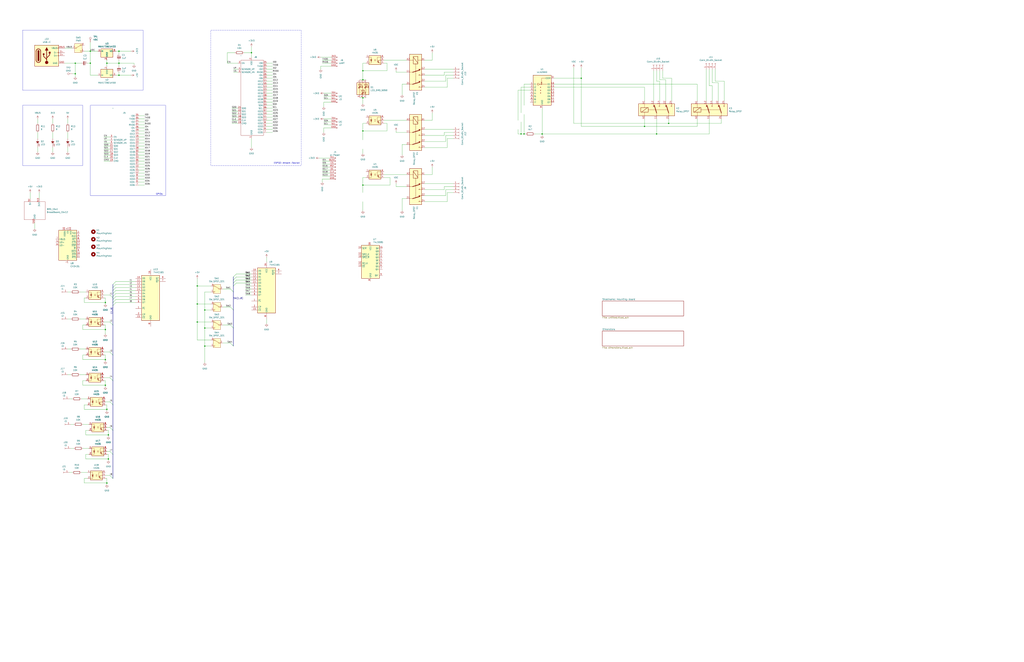
<source format=kicad_sch>
(kicad_sch (version 20231120) (generator "eeschema") (generator_version "8.0")
  (paper "D")
  (title_block (title "ESP32-WROOM-32D Automation Board") (date "2024-01-15") (comment 1 "Alexander Bobkov"))
  (junction (at 212.09 44.45))
  (junction (at 306.07 110.49))
  (junction (at 88.9 325.12))
  (junction (at 166.37 256.54))
  (junction (at 166.37 241.3))
  (junction (at 441.96 113.03))
  (junction (at 553.72 113.03))
  (junction (at 439.42 113.03))
  (junction (at 306.07 59.69))
  (junction (at 100.33 53.34))
  (junction (at 490.22 66.04))
  (junction (at 172.72 292.1))
  (junction (at 76.2 43.18))
  (junction (at 63.5 62.23))
  (junction (at 306.07 67.31))
  (junction (at 172.72 276.86))
  (junction (at 88.9 303.53))
  (junction (at 306.07 82.55))
  (junction (at 306.07 156.21))
  (junction (at 90.17 407.67))
  (junction (at 76.2 53.34))
  (junction (at 457.2 113.03))
  (junction (at 543.56 106.68))
  (junction (at 63.5 53.34))
  (junction (at 88.9 255.27))
  (junction (at 100.33 43.18))
  (junction (at 91.44 387.35))
  (junction (at 90.17 345.44))
  (junction (at 100.33 63.5))
  (junction (at 166.37 271.78))
  (junction (at 172.72 261.62))
  (junction (at 563.88 104.14))
  (junction (at 88.9 278.13))
  (junction (at 91.44 367.03))
  (junction (at 90.17 53.34))
  (bus_entry (at 194.31 274.32) (size 2.54 2.54))
  (bus_entry (at 92.71 401.32) (size 2.54 2.54))
  (bus_entry (at 95.25 250.19) (size 2.54 -2.54))
  (bus_entry (at 95.25 240.03) (size 2.54 -2.54))
  (bus_entry (at 92.71 318.77) (size 2.54 2.54))
  (bus_entry (at 92.71 339.09) (size 2.54 2.54))
  (bus_entry (at 194.31 289.56) (size 2.54 2.54))
  (bus_entry (at 95.25 252.73) (size 2.54 -2.54))
  (bus_entry (at 95.25 255.27) (size 2.54 -2.54))
  (bus_entry (at 92.71 271.78) (size 2.54 2.54))
  (bus_entry (at 95.25 245.11) (size 2.54 -2.54))
  (bus_entry (at 95.25 242.57) (size 2.54 -2.54))
  (bus_entry (at 95.25 257.81) (size 2.54 -2.54))
  (bus_entry (at 92.71 360.68) (size 2.54 2.54))
  (bus_entry (at 92.71 248.92) (size 2.54 2.54))
  (bus_entry (at 196.85 238.76) (size 2.54 -2.54))
  (bus_entry (at 196.85 241.3) (size 2.54 -2.54))
  (bus_entry (at 92.71 297.18) (size 2.54 2.54))
  (bus_entry (at 196.85 236.22) (size 2.54 -2.54))
  (bus_entry (at 92.71 381) (size 2.54 2.54))
  (bus_entry (at 194.31 259.08) (size 2.54 2.54))
  (bus_entry (at 196.85 233.68) (size 2.54 -2.54))
  (bus_entry (at 194.31 243.84) (size 2.54 2.54))
  (bus_entry (at 95.25 247.65) (size 2.54 -2.54))
  (wire (pts (xy 97.79 63.5) (xy 100.33 63.5)))
  (wire (pts (xy 100.33 45.72) (xy 100.33 43.18)))
  (wire (pts (xy 271.78 151.13) (xy 271.78 153.67)))
  (wire (pts (xy 57.15 124.46) (xy 57.15 128.27)))
  (wire (pts (xy 116.84 115.57) (xy 121.92 115.57)))
  (wire (pts (xy 561.34 67.31) (xy 561.34 85.09)))
  (wire (pts (xy 58.42 336.55) (xy 60.96 336.55)))
  (wire (pts (xy 73.66 53.34) (xy 76.2 53.34)))
  (wire (pts (xy 439.42 113.03) (xy 441.96 113.03)))
  (wire (pts (xy 87.63 135.89) (xy 92.71 135.89)))
  (wire (pts (xy 224.79 71.12) (xy 229.87 71.12)))
  (wire (pts (xy 63.5 53.34) (xy 63.5 62.23)))
  (wire (pts (xy 308.61 53.34) (xy 306.07 53.34)))
  (wire (pts (xy 116.84 153.67) (xy 121.92 153.67)))
  (wire (pts (xy 224.79 99.06) (xy 229.87 99.06)))
  (wire (pts (xy 199.39 236.22) (xy 212.09 236.22)))
  (wire (pts (xy 69.85 278.13) (xy 88.9 278.13)))
  (wire (pts (xy 306.07 110.49) (xy 306.07 118.11)))
  (wire (pts (xy 73.66 403.86) (xy 71.12 403.86)))
  (wire (pts (xy 87.63 248.92) (xy 92.71 248.92)))
  (wire (pts (xy 339.09 130.81) (xy 339.09 121.92)))
  (wire (pts (xy 212.09 116.84) (xy 212.09 124.46)))
  (bus (pts (xy 95.25 250.19) (xy 95.25 251.46)))
  (wire (pts (xy 100.33 53.34) (xy 100.33 55.88)))
  (wire (pts (xy 166.37 271.78) (xy 166.37 256.54)))
  (bus (pts (xy 196.85 246.38) (xy 196.85 261.62)))
  (wire (pts (xy 88.9 274.32) (xy 87.63 274.32)))
  (wire (pts (xy 76.2 43.18) (xy 76.2 53.34)))
  (wire (pts (xy 116.84 128.27) (xy 121.92 128.27)))
  (wire (pts (xy 116.84 97.79) (xy 121.92 97.79)))
  (wire (pts (xy 490.22 66.04) (xy 490.22 57.15)))
  (wire (pts (xy 166.37 256.54) (xy 166.37 241.3)))
  (wire (pts (xy 303.53 82.55) (xy 306.07 82.55)))
  (wire (pts (xy 364.49 50.8) (xy 364.49 44.45)))
  (wire (pts (xy 88.9 303.53) (xy 88.9 299.72)))
  (wire (pts (xy 172.72 306.07) (xy 172.72 292.1)))
  (wire (pts (xy 72.39 251.46) (xy 71.12 251.46)))
  (wire (pts (xy 610.87 68.58) (xy 610.87 85.09)))
  (wire (pts (xy 323.85 147.32) (xy 342.9 147.32)))
  (wire (pts (xy 90.17 408.94) (xy 90.17 407.67)))
  (wire (pts (xy 273.05 105.41) (xy 279.4 105.41)))
  (wire (pts (xy 54.61 40.64) (xy 60.96 40.64)))
  (wire (pts (xy 270.51 55.88) (xy 270.51 58.42)))
  (wire (pts (xy 76.2 53.34) (xy 76.2 63.5)))
  (wire (pts (xy 71.12 255.27) (xy 88.9 255.27)))
  (wire (pts (xy 271.78 50.8) (xy 279.4 50.8)))
  (wire (pts (xy 543.56 73.66) (xy 467.36 73.66)))
  (wire (pts (xy 67.31 246.38) (xy 72.39 246.38)))
  (wire (pts (xy 63.5 53.34) (xy 68.58 53.34)))
  (wire (pts (xy 59.69 378.46) (xy 62.23 378.46)))
  (wire (pts (xy 88.9 255.27) (xy 88.9 251.46)))
  (wire (pts (xy 199.39 233.68) (xy 212.09 233.68)))
  (wire (pts (xy 271.78 146.05) (xy 278.13 146.05)))
  (wire (pts (xy 375.92 68.58) (xy 358.14 68.58)))
  (wire (pts (xy 87.63 120.65) (xy 92.71 120.65)))
  (wire (pts (xy 87.63 125.73) (xy 92.71 125.73)))
  (wire (pts (xy 457.2 113.03) (xy 553.72 113.03)))
  (wire (pts (xy 334.01 154.94) (xy 334.01 157.48)))
  (bus (pts (xy 196.85 261.62) (xy 196.85 276.86)))
  (wire (pts (xy 187.96 289.56) (xy 194.31 289.56)))
  (wire (pts (xy 69.85 358.14) (xy 74.93 358.14)))
  (wire (pts (xy 224.79 81.28) (xy 229.87 81.28)))
  (wire (pts (xy 224.79 66.04) (xy 229.87 66.04)))
  (wire (pts (xy 271.78 138.43) (xy 278.13 138.43)))
  (wire (pts (xy 273.05 83.82) (xy 279.4 83.82)))
  (wire (pts (xy 90.17 53.34) (xy 100.33 53.34)))
  (wire (pts (xy 205.74 44.45) (xy 212.09 44.45)))
  (wire (pts (xy 72.39 274.32) (xy 69.85 274.32)))
  (wire (pts (xy 90.17 55.88) (xy 90.17 53.34)))
  (wire (pts (xy 377.19 170.18) (xy 358.14 170.18)))
  (wire (pts (xy 116.84 110.49) (xy 121.92 110.49)))
  (wire (pts (xy 334.01 111.76) (xy 334.01 110.49)))
  (wire (pts (xy 439.42 73.66) (xy 447.04 73.66)))
  (wire (pts (xy 87.63 130.81) (xy 92.71 130.81)))
  (bus (pts (xy 95.25 403.86) (xy 95.25 383.54)))
  (wire (pts (xy 88.9 256.54) (xy 88.9 255.27)))
  (wire (pts (xy 100.33 50.8) (xy 100.33 53.34)))
  (bus (pts (xy 95.25 255.27) (xy 95.25 257.81)))
  (wire (pts (xy 57.15 269.24) (xy 59.69 269.24)))
  (wire (pts (xy 74.93 383.54) (xy 72.39 383.54)))
  (wire (pts (xy 166.37 241.3) (xy 166.37 234.95)))
  (wire (pts (xy 196.85 58.42) (xy 200.66 58.42)))
  (wire (pts (xy 328.93 149.86) (xy 328.93 156.21)))
  (wire (pts (xy 556.26 67.31) (xy 561.34 67.31)))
  (wire (pts (xy 87.63 271.78) (xy 92.71 271.78)))
  (wire (pts (xy 374.65 160.02) (xy 358.14 160.02)))
  (wire (pts (xy 113.03 53.34) (xy 113.03 54.61)))
  (wire (pts (xy 74.93 363.22) (xy 72.39 363.22)))
  (wire (pts (xy 595.63 58.42) (xy 595.63 85.09)))
  (wire (pts (xy 224.79 109.22) (xy 229.87 109.22)))
  (wire (pts (xy 116.84 105.41) (xy 121.92 105.41)))
  (wire (pts (xy 377.19 66.04) (xy 377.19 73.66)))
  (wire (pts (xy 87.63 118.11) (xy 92.71 118.11)))
  (wire (pts (xy 364.49 101.6) (xy 364.49 95.25)))
  (wire (pts (xy 31.75 111.76) (xy 31.75 116.84)))
  (wire (pts (xy 543.56 100.33) (xy 543.56 106.68)))
  (wire (pts (xy 224.79 60.96) (xy 229.87 60.96)))
  (wire (pts (xy 116.84 123.19) (xy 121.92 123.19)))
  (wire (pts (xy 563.88 100.33) (xy 563.88 104.14)))
  (wire (pts (xy 271.78 135.89) (xy 278.13 135.89)))
  (wire (pts (xy 306.07 53.34) (xy 306.07 59.69)))
  (bus (pts (xy 95.25 363.22) (xy 95.25 341.63)))
  (wire (pts (xy 598.17 58.42) (xy 598.17 72.39)))
  (wire (pts (xy 382.27 162.56) (xy 377.19 162.56)))
  (wire (pts (xy 334.01 60.96) (xy 342.9 60.96)))
  (wire (pts (xy 191.77 44.45) (xy 191.77 53.34)))
  (wire (pts (xy 90.17 341.63) (xy 88.9 341.63)))
  (bus (pts (xy 95.25 274.32) (xy 95.25 299.72)))
  (wire (pts (xy 69.85 325.12) (xy 88.9 325.12)))
  (wire (pts (xy 116.84 107.95) (xy 121.92 107.95)))
  (wire (pts (xy 467.36 66.04) (xy 490.22 66.04)))
  (wire (pts (xy 195.58 99.06) (xy 200.66 99.06)))
  (wire (pts (xy 172.72 246.38) (xy 177.8 246.38)))
  (bus (pts (xy 196.85 276.86) (xy 196.85 292.1)))
  (wire (pts (xy 374.65 114.3) (xy 358.14 114.3)))
  (wire (pts (xy 87.63 133.35) (xy 92.71 133.35)))
  (wire (pts (xy 566.42 66.04) (xy 566.42 85.09)))
  (wire (pts (xy 375.92 165.1) (xy 358.14 165.1)))
  (wire (pts (xy 483.87 57.15) (xy 483.87 104.14)))
  (wire (pts (xy 97.79 240.03) (xy 114.3 240.03)))
  (wire (pts (xy 553.72 59.69) (xy 553.72 68.58)))
  (wire (pts (xy 279.4 107.95) (xy 273.05 107.95)))
  (wire (pts (xy 72.39 363.22) (xy 72.39 367.03)))
  (wire (pts (xy 342.9 157.48) (xy 334.01 157.48)))
  (wire (pts (xy 57.15 111.76) (xy 57.15 116.84)))
  (wire (pts (xy 224.79 88.9) (xy 229.87 88.9)))
  (wire (pts (xy 441.96 113.03) (xy 443.23 113.03)))
  (wire (pts (xy 97.79 255.27) (xy 114.3 255.27)))
  (wire (pts (xy 490.22 106.68) (xy 543.56 106.68)))
  (wire (pts (xy 323.85 53.34) (xy 326.39 53.34)))
  (wire (pts (xy 116.84 120.65) (xy 121.92 120.65)))
  (wire (pts (xy 436.88 113.03) (xy 439.42 113.03)))
  (wire (pts (xy 72.39 387.35) (xy 91.44 387.35)))
  (wire (pts (xy 224.79 93.98) (xy 229.87 93.98)))
  (wire (pts (xy 44.45 100.33) (xy 44.45 104.14)))
  (wire (pts (xy 457.2 113.03) (xy 457.2 114.3)))
  (wire (pts (xy 328.93 156.21) (xy 306.07 156.21)))
  (wire (pts (xy 88.9 339.09) (xy 92.71 339.09)))
  (wire (pts (xy 377.19 116.84) (xy 377.19 124.46)))
  (wire (pts (xy 177.8 256.54) (xy 166.37 256.54)))
  (wire (pts (xy 116.84 118.11) (xy 121.92 118.11)))
  (bus (pts (xy 95.25 383.54) (xy 95.25 363.22)))
  (wire (pts (xy 436.88 109.22) (xy 436.88 113.03)))
  (wire (pts (xy 67.31 316.23) (xy 72.39 316.23)))
  (wire (pts (xy 382.27 111.76) (xy 374.65 111.76)))
  (bus (pts (xy 196.85 241.3) (xy 196.85 246.38)))
  (wire (pts (xy 88.9 401.32) (xy 92.71 401.32)))
  (wire (pts (xy 73.66 341.63) (xy 71.12 341.63)))
  (wire (pts (xy 71.12 403.86) (xy 71.12 407.67)))
  (bus (pts (xy 95.25 321.31) (xy 95.25 299.72)))
  (wire (pts (xy 71.12 345.44) (xy 90.17 345.44)))
  (wire (pts (xy 326.39 104.14) (xy 326.39 110.49)))
  (wire (pts (xy 207.01 248.92) (xy 212.09 248.92)))
  (wire (pts (xy 57.15 316.23) (xy 59.69 316.23)))
  (wire (pts (xy 195.58 104.14) (xy 200.66 104.14)))
  (wire (pts (xy 558.8 66.04) (xy 566.42 66.04)))
  (wire (pts (xy 339.09 80.01) (xy 339.09 71.12)))
  (wire (pts (xy 323.85 50.8) (xy 342.9 50.8)))
  (wire (pts (xy 377.19 73.66) (xy 358.14 73.66)))
  (wire (pts (xy 90.17 360.68) (xy 92.71 360.68)))
  (wire (pts (xy 172.72 276.86) (xy 172.72 261.62)))
  (wire (pts (xy 88.9 278.13) (xy 88.9 281.94)))
  (wire (pts (xy 382.27 157.48) (xy 374.65 157.48)))
  (wire (pts (xy 91.44 387.35) (xy 91.44 383.54)))
  (wire (pts (xy 88.9 325.12) (xy 88.9 321.31)))
  (wire (pts (xy 323.85 149.86) (xy 328.93 149.86)))
  (wire (pts (xy 172.72 276.86) (xy 177.8 276.86)))
  (wire (pts (xy 224.79 83.82) (xy 229.87 83.82)))
  (wire (pts (xy 382.27 114.3) (xy 375.92 114.3)))
  (wire (pts (xy 224.79 106.68) (xy 229.87 106.68)))
  (wire (pts (xy 279.4 55.88) (xy 270.51 55.88)))
  (wire (pts (xy 25.4 162.56) (xy 25.4 167.64)))
  (wire (pts (xy 91.44 368.3) (xy 91.44 367.03)))
  (wire (pts (xy 97.79 237.49) (xy 114.3 237.49)))
  (wire (pts (xy 57.15 294.64) (xy 59.69 294.64)))
  (wire (pts (xy 76.2 43.18) (xy 82.55 43.18)))
  (wire (pts (xy 326.39 53.34) (xy 326.39 59.69)))
  (wire (pts (xy 196.85 60.96) (xy 200.66 60.96)))
  (wire (pts (xy 603.25 58.42) (xy 603.25 68.58)))
  (wire (pts (xy 44.45 111.76) (xy 44.45 116.84)))
  (wire (pts (xy 116.84 148.59) (xy 121.92 148.59)))
  (wire (pts (xy 29.21 187.96) (xy 29.21 193.04)))
  (wire (pts (xy 90.17 345.44) (xy 90.17 341.63)))
  (wire (pts (xy 306.07 129.54) (xy 306.07 125.73)))
  (wire (pts (xy 82.55 63.5) (xy 76.2 63.5)))
  (wire (pts (xy 269.24 133.35) (xy 278.13 133.35)))
  (wire (pts (xy 326.39 59.69) (xy 306.07 59.69)))
  (wire (pts (xy 375.92 119.38) (xy 358.14 119.38)))
  (wire (pts (xy 441.96 88.9) (xy 441.96 71.12)))
  (wire (pts (xy 195.58 101.6) (xy 200.66 101.6)))
  (wire (pts (xy 334.01 111.76) (xy 342.9 111.76)))
  (wire (pts (xy 600.71 58.42) (xy 600.71 69.85)))
  (wire (pts (xy 116.84 143.51) (xy 121.92 143.51)))
  (wire (pts (xy 224.79 76.2) (xy 229.87 76.2)))
  (bus (pts (xy 95.25 251.46) (xy 95.25 252.73)))
  (wire (pts (xy 224.79 73.66) (xy 229.87 73.66)))
  (wire (pts (xy 116.84 140.97) (xy 121.92 140.97)))
  (wire (pts (xy 71.12 251.46) (xy 71.12 255.27)))
  (wire (pts (xy 306.07 67.31) (xy 308.61 67.31)))
  (wire (pts (xy 224.79 104.14) (xy 229.87 104.14)))
  (wire (pts (xy 57.15 100.33) (xy 57.15 104.14)))
  (wire (pts (xy 603.25 68.58) (xy 610.87 68.58)))
  (wire (pts (xy 187.96 274.32) (xy 194.31 274.32)))
  (wire (pts (xy 374.65 60.96) (xy 374.65 63.5)))
  (wire (pts (xy 100.33 53.34) (xy 113.03 53.34)))
  (wire (pts (xy 116.84 138.43) (xy 121.92 138.43)))
  (wire (pts (xy 116.84 125.73) (xy 121.92 125.73)))
  (wire (pts (xy 172.72 292.1) (xy 172.72 276.86)))
  (wire (pts (xy 91.44 388.62) (xy 91.44 387.35)))
  (wire (pts (xy 271.78 148.59) (xy 278.13 148.59)))
  (wire (pts (xy 199.39 231.14) (xy 212.09 231.14)))
  (wire (pts (xy 374.65 111.76) (xy 374.65 114.3)))
  (wire (pts (xy 439.42 95.25) (xy 439.42 73.66)))
  (wire (pts (xy 306.07 104.14) (xy 306.07 110.49)))
  (wire (pts (xy 224.79 91.44) (xy 229.87 91.44)))
  (wire (pts (xy 88.9 304.8) (xy 88.9 303.53)))
  (wire (pts (xy 436.88 101.6) (xy 436.88 76.2)))
  (wire (pts (xy 172.72 261.62) (xy 177.8 261.62)))
  (wire (pts (xy 439.42 102.87) (xy 439.42 113.03)))
  (bus (pts (xy 95.25 245.11) (xy 95.25 247.65)))
  (wire (pts (xy 375.92 63.5) (xy 375.92 68.58)))
  (wire (pts (xy 543.56 85.09) (xy 543.56 73.66)))
  (wire (pts (xy 273.05 102.87) (xy 279.4 102.87)))
  (wire (pts (xy 60.96 62.23) (xy 63.5 62.23)))
  (wire (pts (xy 177.8 287.02) (xy 166.37 287.02)))
  (wire (pts (xy 191.77 53.34) (xy 200.66 53.34)))
  (wire (pts (xy 271.78 140.97) (xy 278.13 140.97)))
  (wire (pts (xy 382.27 109.22) (xy 358.14 109.22)))
  (wire (pts (xy 273.05 107.95) (xy 273.05 111.76)))
  (wire (pts (xy 306.07 149.86) (xy 306.07 156.21)))
  (wire (pts (xy 97.79 247.65) (xy 114.3 247.65)))
  (wire (pts (xy 224.79 78.74) (xy 229.87 78.74)))
  (wire (pts (xy 556.26 68.58) (xy 556.26 85.09)))
  (wire (pts (xy 543.56 106.68) (xy 588.01 106.68)))
  (wire (pts (xy 270.51 48.26) (xy 279.4 48.26)))
  (wire (pts (xy 364.49 140.97) (xy 364.49 147.32)))
  (wire (pts (xy 177.8 271.78) (xy 166.37 271.78)))
  (wire (pts (xy 271.78 151.13) (xy 278.13 151.13)))
  (wire (pts (xy 71.12 407.67) (xy 90.17 407.67)))
  (wire (pts (xy 116.84 146.05) (xy 121.92 146.05)))
  (wire (pts (xy 116.84 156.21) (xy 121.92 156.21)))
  (wire (pts (xy 588.01 100.33) (xy 588.01 106.68)))
  (wire (pts (xy 31.75 124.46) (xy 31.75 128.27)))
  (wire (pts (xy 224.79 55.88) (xy 229.87 55.88)))
  (wire (pts (xy 87.63 123.19) (xy 92.71 123.19)))
  (bus (pts (xy 95.25 247.65) (xy 95.25 250.19)))
  (bus (pts (xy 95.25 240.03) (xy 95.25 242.57)))
  (wire (pts (xy 306.07 156.21) (xy 306.07 162.56)))
  (wire (pts (xy 97.79 43.18) (xy 100.33 43.18)))
  (wire (pts (xy 273.05 81.28) (xy 279.4 81.28)))
  (bus (pts (xy 95.25 242.57) (xy 95.25 245.11)))
  (wire (pts (xy 191.77 44.45) (xy 198.12 44.45)))
  (wire (pts (xy 224.79 269.24) (xy 224.79 273.05)))
  (wire (pts (xy 339.09 71.12) (xy 342.9 71.12)))
  (wire (pts (xy 224.79 96.52) (xy 229.87 96.52)))
  (wire (pts (xy 212.09 39.37) (xy 212.09 44.45)))
  (wire (pts (xy 116.84 130.81) (xy 121.92 130.81)))
  (wire (pts (xy 72.39 383.54) (xy 72.39 387.35)))
  (wire (pts (xy 166.37 287.02) (xy 166.37 271.78)))
  (wire (pts (xy 97.79 242.57) (xy 114.3 242.57)))
  (wire (pts (xy 90.17 407.67) (xy 90.17 403.86)))
  (wire (pts (xy 441.96 96.52) (xy 441.96 113.03)))
  (bus (pts (xy 95.25 252.73) (xy 95.25 255.27)))
  (wire (pts (xy 59.69 358.14) (xy 62.23 358.14)))
  (wire (pts (xy 382.27 58.42) (xy 358.14 58.42)))
  (bus (pts (xy 196.85 236.22) (xy 196.85 238.76)))
  (wire (pts (xy 303.53 67.31) (xy 306.07 67.31)))
  (wire (pts (xy 224.79 111.76) (xy 229.87 111.76)))
  (wire (pts (xy 72.39 367.03) (xy 91.44 367.03)))
  (wire (pts (xy 88.9 299.72) (xy 87.63 299.72)))
  (wire (pts (xy 91.44 367.03) (xy 91.44 363.22)))
  (wire (pts (xy 358.14 101.6) (xy 364.49 101.6)))
  (wire (pts (xy 436.88 76.2) (xy 447.04 76.2)))
  (wire (pts (xy 67.31 269.24) (xy 72.39 269.24)))
  (wire (pts (xy 195.58 93.98) (xy 200.66 93.98)))
  (wire (pts (xy 100.33 63.5) (xy 110.49 63.5)))
  (wire (pts (xy 88.9 278.13) (xy 88.9 274.32)))
  (wire (pts (xy 72.39 321.31) (xy 69.85 321.31)))
  (wire (pts (xy 116.84 151.13) (xy 121.92 151.13)))
  (wire (pts (xy 97.79 245.11) (xy 114.3 245.11)))
  (wire (pts (xy 556.26 59.69) (xy 556.26 67.31)))
  (wire (pts (xy 90.17 381) (xy 92.71 381)))
  (wire (pts (xy 588.01 85.09) (xy 588.01 71.12)))
  (wire (pts (xy 172.72 292.1) (xy 177.8 292.1)))
  (wire (pts (xy 483.87 104.14) (xy 563.88 104.14)))
  (wire (pts (xy 116.84 102.87) (xy 121.92 102.87)))
  (wire (pts (xy 116.84 133.35) (xy 121.92 133.35)))
  (wire (pts (xy 57.15 246.38) (xy 59.69 246.38)))
  (wire (pts (xy 116.84 113.03) (xy 121.92 113.03)))
  (wire (pts (xy 588.01 71.12) (xy 467.36 71.12)))
  (wire (pts (xy 69.85 299.72) (xy 69.85 303.53)))
  (wire (pts (xy 87.63 318.77) (xy 92.71 318.77)))
  (wire (pts (xy 598.17 100.33) (xy 598.17 113.03)))
  (wire (pts (xy 273.05 86.36) (xy 273.05 90.17)))
  (wire (pts (xy 551.18 59.69) (xy 551.18 85.09)))
  (wire (pts (xy 608.33 104.14) (xy 608.33 100.33)))
  (wire (pts (xy 177.8 241.3) (xy 166.37 241.3)))
  (wire (pts (xy 271.78 143.51) (xy 278.13 143.51)))
  (wire (pts (xy 224.79 86.36) (xy 229.87 86.36)))
  (wire (pts (xy 441.96 71.12) (xy 447.04 71.12)))
  (wire (pts (xy 90.17 346.71) (xy 90.17 345.44)))
  (bus (pts (xy 95.25 341.63) (xy 95.25 321.31)))
  (wire (pts (xy 63.5 62.23) (xy 63.5 64.77)))
  (wire (pts (xy 91.44 363.22) (xy 90.17 363.22)))
  (wire (pts (xy 187.96 259.08) (xy 194.31 259.08)))
  (wire (pts (xy 339.09 177.8) (xy 339.09 167.64)))
  (wire (pts (xy 375.92 160.02) (xy 375.92 165.1)))
  (wire (pts (xy 605.79 69.85) (xy 605.79 85.09)))
  (wire (pts (xy 450.85 113.03) (xy 457.2 113.03)))
  (wire (pts (xy 97.79 252.73) (xy 114.3 252.73)))
  (wire (pts (xy 54.61 53.34) (xy 63.5 53.34)))
  (wire (pts (xy 88.9 321.31) (xy 87.63 321.31)))
  (wire (pts (xy 90.17 403.86) (xy 88.9 403.86)))
  (wire (pts (xy 374.65 63.5) (xy 358.14 63.5)))
  (wire (pts (xy 271.78 53.34) (xy 279.4 53.34)))
  (wire (pts (xy 308.61 104.14) (xy 306.07 104.14)))
  (wire (pts (xy 377.19 124.46) (xy 358.14 124.46)))
  (wire (pts (xy 87.63 128.27) (xy 92.71 128.27)))
  (wire (pts (xy 100.33 60.96) (xy 100.33 63.5)))
  (wire (pts (xy 100.33 43.18) (xy 110.49 43.18)))
  (wire (pts (xy 382.27 116.84) (xy 377.19 116.84)))
  (wire (pts (xy 224.79 68.58) (xy 229.87 68.58)))
  (wire (pts (xy 116.84 135.89) (xy 121.92 135.89)))
  (wire (pts (xy 279.4 86.36) (xy 273.05 86.36)))
  (wire (pts (xy 172.72 261.62) (xy 172.72 246.38)))
  (wire (pts (xy 195.58 96.52) (xy 200.66 96.52)))
  (wire (pts (xy 31.75 100.33) (xy 31.75 104.14)))
  (wire (pts (xy 71.12 341.63) (xy 71.12 345.44)))
  (wire (pts (xy 76.2 35.56) (xy 76.2 43.18)))
  (wire (pts (xy 339.09 167.64) (xy 342.9 167.64)))
  (wire (pts (xy 558.8 59.69) (xy 558.8 66.04)))
  (bus (pts (xy 95.25 257.81) (xy 95.25 274.32)))
  (wire (pts (xy 68.58 398.78) (xy 73.66 398.78)))
  (wire (pts (xy 88.9 251.46) (xy 87.63 251.46)))
  (wire (pts (xy 224.79 101.6) (xy 229.87 101.6)))
  (wire (pts (xy 382.27 160.02) (xy 375.92 160.02)))
  (wire (pts (xy 334.01 60.96) (xy 334.01 59.69)))
  (wire (pts (xy 72.39 299.72) (xy 69.85 299.72)))
  (wire (pts (xy 308.61 149.86) (xy 306.07 149.86)))
  (wire (pts (xy 207.01 243.84) (xy 212.09 243.84)))
  (wire (pts (xy 326.39 110.49) (xy 306.07 110.49)))
  (wire (pts (xy 212.09 44.45) (xy 212.09 48.26)))
  (wire (pts (xy 382.27 66.04) (xy 377.19 66.04)))
  (wire (pts (xy 90.17 50.8) (xy 90.17 53.34)))
  (wire (pts (xy 553.72 113.03) (xy 598.17 113.03)))
  (wire (pts (xy 207.01 241.3) (xy 212.09 241.3)))
  (wire (pts (xy 224.79 58.42) (xy 229.87 58.42)))
  (wire (pts (xy 68.58 336.55) (xy 73.66 336.55)))
  (wire (pts (xy 306.07 82.55) (xy 306.07 87.63)))
  (wire (pts (xy 358.14 50.8) (xy 364.49 50.8)))
  (wire (pts (xy 87.63 297.18) (xy 92.71 297.18)))
  (wire (pts (xy 273.05 100.33) (xy 279.4 100.33)))
  (wire (pts (xy 97.79 250.19) (xy 114.3 250.19)))
  (wire (pts (xy 91.44 383.54) (xy 90.17 383.54)))
  (wire (pts (xy 69.85 321.31) (xy 69.85 325.12)))
  (wire (pts (xy 382.27 63.5) (xy 375.92 63.5)))
  (wire (pts (xy 339.09 121.92) (xy 342.9 121.92)))
  (wire (pts (xy 375.92 114.3) (xy 375.92 119.38)))
  (wire (pts (xy 187.96 243.84) (xy 194.31 243.84)))
  (wire (pts (xy 306.07 59.69) (xy 306.07 67.31)))
  (wire (pts (xy 457.2 91.44) (xy 457.2 113.03)))
  (wire (pts (xy 87.63 115.57) (xy 92.71 115.57)))
  (wire (pts (xy 306.07 170.18) (xy 306.07 177.8)))
  (wire (pts (xy 374.65 157.48) (xy 374.65 160.02)))
  (wire (pts (xy 224.79 53.34) (xy 229.87 53.34)))
  (wire (pts (xy 553.72 68.58) (xy 556.26 68.58)))
  (wire (pts (xy 553.72 100.33) (xy 553.72 113.03)))
  (wire (pts (xy 323.85 104.14) (xy 326.39 104.14)))
  (wire (pts (xy 377.19 162.56) (xy 377.19 170.18)))
  (wire (pts (xy 67.31 294.64) (xy 72.39 294.64)))
  (wire (pts (xy 600.71 69.85) (xy 605.79 69.85)))
  (wire (pts (xy 88.9 326.39) (xy 88.9 325.12)))
  (wire (pts (xy 382.27 60.96) (xy 374.65 60.96)))
  (wire (pts (xy 116.84 100.33) (xy 121.92 100.33)))
  (wire (pts (xy 382.27 154.94) (xy 358.14 154.94)))
  (wire (pts (xy 563.88 104.14) (xy 608.33 104.14)))
  (wire (pts (xy 323.85 101.6) (xy 342.9 101.6)))
  (wire (pts (xy 71.12 43.18) (xy 76.2 43.18)))
  (wire (pts (xy 58.42 398.78) (xy 60.96 398.78)))
  (wire (pts (xy 598.17 72.39) (xy 600.71 72.39)))
  (wire (pts (xy 195.58 91.44) (xy 200.66 91.44)))
  (wire (pts (xy 306.07 82.55) (xy 308.61 82.55)))
  (wire (pts (xy 44.45 124.46) (xy 44.45 128.27)))
  (wire (pts (xy 69.85 378.46) (xy 74.93 378.46)))
  (wire (pts (xy 224.79 217.17) (xy 224.79 220.98)))
  (wire (pts (xy 69.85 274.32) (xy 69.85 278.13)))
  (wire (pts (xy 224.79 63.5) (xy 229.87 63.5)))
  (wire (pts (xy 33.02 162.56) (xy 33.02 167.64)))
  (wire (pts (xy 207.01 246.38) (xy 212.09 246.38)))
  (wire (pts (xy 199.39 238.76) (xy 212.09 238.76)))
  (wire (pts (xy 69.85 303.53) (xy 88.9 303.53)))
  (bus (pts (xy 196.85 238.76) (xy 196.85 241.3)))
  (wire (pts (xy 358.14 147.32) (xy 364.49 147.32)))
  (wire (pts (xy 273.05 78.74) (xy 279.4 78.74)))
  (bus (pts (xy 196.85 233.68) (xy 196.85 236.22)))
  (wire (pts (xy 490.22 66.04) (xy 490.22 106.68)))
  (wire (pts (xy 600.71 72.39) (xy 600.71 85.09)))
  (rectangle (start 177.8 25.4) (end 254 139.7) (stroke (width 0.127) (type dash)))
  (rectangle (start 19.05 88.9) (end 69.85 139.7))
  (rectangle (start 19.05 25.4) (end 120.65 76.2))
  (rectangle (start 76.2 88.9) (end 139.7 165.1))
  (text "GPIOs" (at 134.366 163.83 0) (effects (font (size 1.27 1.27))))
  (text "ESP32-Wroom-Socket" (at 241.808 137.668 0) (effects (font (size 1.27 1.27))))
  (label "VN" (at 87.63 120.65 0))
  (label "IO15" (at 121.92 120.65 0))
  (label "SW1" (at 190.5 243.84 0))
  (label "I2" (at 109.22 240.03 0))
  (label "IO4" (at 121.92 107.95 0))
  (label "IO27" (at 229.87 101.6 0))
  (label "I8" (at 109.22 255.27 0))
  (label "SW8" (at 207.01 248.92 0))
  (label "SW4" (at 207.01 238.76 0))
  (label "IO22" (at 121.92 135.89 0))
  (label "IO16" (at 271.78 140.97 0))
  (label "I5" (at 92.71 339.09 0))
  (label "SW2" (at 207.01 233.68 0))
  (label "IO16" (at 121.92 123.19 0))
  (label "IO12" (at 229.87 68.58 0))
  (label "I7" (at 109.22 252.73 0))
  (label "I1" (at 92.71 248.92 0))
  (label "IO14" (at 229.87 73.66 0))
  (label "IO25" (at 229.87 96.52 0))
  (label "SW5" (at 207.01 241.3 0))
  (label "I1" (at 109.22 237.49 0))
  (label "IO13" (at 229.87 71.12 0))
  (label "IO33" (at 229.87 106.68 0))
  (label "IO2" (at 121.92 102.87 0))
  (label "SW[1..8]" (at 196.85 252.73 0))
  (label "SD3" (at 87.63 130.81 0))
  (label "I6" (at 92.71 360.68 0))
  (label "IO23" (at 271.78 148.59 0))
  (label "IO26" (at 229.87 99.06 0))
  (label "IO2" (at 229.87 58.42 0))
  (label "VDC" (at 76.2 43.18 0))
  (label "IO35" (at 229.87 111.76 0))
  (label "IO15" (at 229.87 76.2 0))
  (label "CLK" (at 195.58 101.6 0))
  (label "IO18" (at 271.78 146.05 0))
  (label "IO5" (at 121.92 110.49 0))
  (label "I2" (at 92.71 271.78 0))
  (label "I3" (at 109.22 242.57 0))
  (label "SW4" (at 191.77 289.56 0))
  (label "IO19" (at 121.92 130.81 0))
  (label "SCL" (at 229.87 91.44 0))
  (label "I4" (at 92.71 318.77 0))
  (label "IO17" (at 271.78 143.51 0))
  (label "SD0" (at 87.63 123.19 0))
  (label "IO23" (at 229.87 93.98 0))
  (label "I7" (at 92.71 381 0))
  (label "IO35" (at 121.92 156.21 0))
  (label "IO18" (at 229.87 83.82 0))
  (label "SW2" (at 207.01 233.68 0))
  (label "I5" (at 109.22 247.65 0))
  (label "IO0" (at 121.92 97.79 0))
  (label "RXD0" (at 121.92 105.41 0))
  (label "IO21" (at 121.92 133.35 0))
  (label "TXD0" (at 229.87 55.88 0))
  (label "IO26" (at 121.92 143.51 0))
  (label "SW3" (at 207.01 236.22 0))
  (label "IO5" (at 271.78 138.43 0))
  (label "IO17" (at 229.87 81.28 0))
  (label "SW1" (at 207.01 231.14 0))
  (label "SD1" (at 195.58 93.98 0))
  (label "IO33" (at 121.92 151.13 0))
  (label "IO13" (at 121.92 115.57 0))
  (label "VP" (at 87.63 118.11 0))
  (label "I3" (at 92.71 297.18 0))
  (label "SW3" (at 207.01 236.22 0))
  (label "RXD0" (at 229.87 60.96 0))
  (label "IO12" (at 121.92 113.03 0))
  (label "SW2" (at 190.5 259.08 0))
  (label "IO4" (at 271.78 135.89 0))
  (label "VN" (at 196.85 60.96 0))
  (label "IO17" (at 121.92 125.73 0))
  (label "IO32" (at 229.87 104.14 0))
  (label "I6" (at 109.22 250.19 0))
  (label "SW6" (at 207.01 243.84 0))
  (label "IO14" (at 121.92 118.11 0))
  (label "SDA" (at 273.05 102.87 0))
  (label "SD0" (at 195.58 91.44 0))
  (label "SDA" (at 229.87 88.9 0))
  (label "SD1" (at 87.63 125.73 0))
  (label "IO27" (at 121.92 146.05 0))
  (label "EN" (at 191.77 53.34 0))
  (label "TXD0" (at 271.78 50.8 0))
  (label "SDA" (at 273.05 81.28 0))
  (label "IO16" (at 229.87 78.74 0))
  (label "IO5" (at 229.87 66.04 0))
  (label "IO4" (at 229.87 63.5 0))
  (label "SD2" (at 195.58 96.52 0))
  (label "SW4" (at 207.01 238.76 0))
  (label "CLK" (at 87.63 133.35 0))
  (label "SW1" (at 207.01 231.14 0))
  (label "EN" (at 87.63 115.57 0))
  (label "IO34" (at 121.92 153.67 0))
  (label "IO34" (at 229.87 109.22 0))
  (label "RXD0" (at 271.78 53.34 0))
  (label "VP" (at 196.85 58.42 0))
  (label "IO18" (at 121.92 128.27 0))
  (label "CMD" (at 87.63 135.89 0))
  (label "SCL" (at 273.05 83.82 0))
  (label "SD2" (at 87.63 128.27 0))
  (label "IO32" (at 121.92 148.59 0))
  (label "IO23" (at 121.92 138.43 0))
  (label "VBUS" (at 55.88 40.64 0))
  (label "SW3" (at 191.77 274.32 0))
  (label "SD3" (at 195.58 99.06 0))
  (label "IO0" (at 229.87 53.34 0))
  (label "I8" (at 92.71 401.32 0))
  (label "SCL" (at 273.05 105.41 0))
  (label "I[1..8]" (at 95.25 259.08 270))
  (label "IO25" (at 121.92 140.97 0))
  (label "TXD0" (at 121.92 100.33 0))
  (label "CMD" (at 195.58 104.14 0))
  (label "I4" (at 109.22 245.11 0))
  (label "IO19" (at 229.87 86.36 0))
  (label "SW7" (at 207.01 246.38 0))
  (symbol (lib_id "Connector:Conn_01x01_Socket") (at 52.07 294.64 180) (unit 1)
    (property "Reference" "J16" (at 52.705 289.56 0))
    (property "Value" "I3" (at 52.705 292.1 0))
    (property "Description" "Generic connector, single row, 01x01, script generated" (effects (hide yes)))
  )
  (symbol (lib_id "Connector:Conn_01x04_Socket") (at 387.35 111.76 0) (unit 1)
    (property "Reference" "J12" (at 392.43 113.03 90))
    (property "Value" "Conn_01x04_Socket" (at 389.89 113.03 90))
    (property "Footprint" "Connector_PinHeader_2.54mm:PinHeader_1x04_P2.54mm_Vertical" (effects (hide yes)))
  )
  (symbol (lib_id "Switch:SW_SPDT_321") (at 182.88 243.84 0) (mirror y) (unit 1)
    (property "Reference" "SW1" (at 182.88 234.95 0))
    (property "Value" "SW_SPDT_321" (at 182.88 237.49 0))
    (property "Description" "Switch, single pole double throw" (effects (hide yes)))
  )
  (symbol (lib_id "power:GND") (at 306.07 177.8 0) (unit 1)
    (property "Reference" "#PWR021" (effects (hide yes)))
    (property "Value" "GND" (at 306.07 182.88 0))
  )
  (symbol (lib_id "Mechanical:MountingHole") (at 78.74 195.58 0) (unit 1)
    (property "Reference" "H1" (at 81.28 194.31 0) (effects (justify left)))
    (property "Value" "MountingHole" (at 81.28 196.85 0) (effects (justify left)))
    (property "Footprint" "MountingHole:MountingHole_3mm_Pad_TopBottom" (effects (hide yes)))
  )
  (symbol (lib_id "Alexander_Library_Symbols:USB-C") (at 39.37 55.88 0) (unit 1)
    (property "Reference" "J22" (at 39.37 33.02 0))
    (property "Value" "USB-C" (at 39.37 35.56 0))
    (property "Footprint" "Alexander Footprint Library:USB-C" (effects (hide yes)))
    (property "Description" "USB Type-C Receptacle connector" (effects (hide yes)))
  )
  (symbol (lib_name "GND_5") (lib_id "power:GND") (at 57.15 128.27 0) (unit 1)
    (property "Reference" "#PWR046" (effects (hide yes)))
    (property "Value" "GND" (at 57.15 133.35 0))
    (property "Description" "Power symbol creates a global label with name \"GND\" , ground" (effects (hide yes)))
  )
  (symbol (lib_id "Device:C_Polarized_Small") (at 71.12 53.34 270) (unit 1)
    (property "Reference" "C3" (at 71.6661 46.99 90))
    (property "Value" "1uF" (at 71.6661 49.53 90))
    (property "Footprint" "Capacitor_THT:CP_Radial_D4.0mm_P2.00mm" (effects (hide yes)))
  )
  (symbol (lib_id "Isolator:4N35") (at 80.01 248.92 0) (unit 1)
    (property "Reference" "U10" (at 80.01 240.03 0))
    (property "Value" "4N35" (at 80.01 242.57 0))
    (property "Footprint" "Package_DIP:DIP-6_W7.62mm" (effects (hide yes)))
    (property "Datasheet" "https://www.vishay.com/docs/81181/4n35.pdf" (effects (hide yes)))
  )
  (symbol (lib_id "power:GND") (at 339.09 130.81 0) (unit 1)
    (property "Reference" "#PWR025" (effects (hide yes)))
    (property "Value" "GND" (at 339.09 135.89 0))
  )
  (symbol (lib_id "power:GND") (at 63.5 64.77 0) (unit 1)
    (property "Reference" "#PWR03" (effects (hide yes)))
    (property "Value" "GND" (at 63.5 69.85 0))
  )
  (symbol (lib_id "Isolator:4N35") (at 82.55 360.68 0) (unit 1)
    (property "Reference" "U16" (at 82.55 351.79 0))
    (property "Value" "4N35" (at 82.55 354.33 0))
    (property "Footprint" "Package_DIP:DIP-6_W7.62mm" (effects (hide yes)))
    (property "Datasheet" "https://www.vishay.com/docs/81181/4n35.pdf" (effects (hide yes)))
  )
  (symbol (lib_id "power:GND") (at 339.09 80.01 0) (unit 1)
    (property "Reference" "#PWR031" (effects (hide yes)))
    (property "Value" "GND" (at 339.09 85.09 0))
  )
  (symbol (lib_name "GND_2") (lib_id "power:GND") (at 88.9 281.94 0) (unit 1)
    (property "Reference" "#PWR036" (effects (hide yes)))
    (property "Value" "GND" (at 88.9 287.02 0))
    (property "Description" "Power symbol creates a global label with name \"GND\" , ground" (effects (hide yes)))
  )
  (symbol (lib_id "Interface_USB:CH343G") (at 57.15 207.01 0) (unit 1)
    (property "Reference" "U8" (at 59.3441 222.25 0) (effects (justify left)))
    (property "Value" "CH343G" (at 59.3441 224.79 0) (effects (justify left)))
    (property "Footprint" "Package_SO:SOIC-16_3.9x9.9mm_P1.27mm" (effects (hide yes)))
    (property "Datasheet" "https://datasheet.lcsc.com/lcsc/2204111415_WCH-Jiangsu-Qin-Heng-CH343G_C2844153.pdf" (effects (hide yes)))
    (property "Description" "USB serial converter, UART, SOIC-16" (effects (hide yes)))
  )
  (symbol (lib_id "Relay:Relay_DPDT") (at 350.52 60.96 270) (unit 1)
    (property "Reference" "K5" (at 351.79 77.47 0) (effects (justify left)))
    (property "Value" "Relay_DPDT" (at 349.25 77.47 0) (effects (justify left)))
    (property "Footprint" "Relay_THT:Relay_DPDT_Finder_30.22" (effects (hide yes)))
  )
  (symbol (lib_name "Conn_UART_1") (lib_id "Alexander_Library_Symbols:Conn_UART") (at 284.48 48.26 0) (mirror y) (unit 1)
    (property "Reference" "J6" (at 288.29 50.8 0))
    (property "Value" "UART" (at 288.29 53.34 0))
    (property "Footprint" "Alexander Footprints Library:Conn_UART" (effects (hide yes)))
  )
  (symbol (lib_id "Isolator:4N35") (at 316.23 101.6 0) (unit 1)
    (property "Reference" "U5" (at 316.23 92.71 0))
    (property "Value" "4N35" (at 316.23 95.25 0))
    (property "Footprint" "Package_DIP:DIP-6_W7.62mm" (effects (hide yes)))
    (property "Datasheet" "https://www.vishay.com/docs/81181/4n35.pdf" (effects (hide yes)))
  )
  (symbol (lib_id "Relay:Relay_DPDT") (at 598.17 92.71 0) (unit 1)
    (property "Reference" "K3" (at 614.68 91.44 0) (effects (justify left)))
    (property "Value" "Relay_DPDT" (at 614.68 93.98 0) (effects (justify left)))
    (property "Footprint" "Relay_THT:Relay_DPDT_Finder_30.22" (effects (hide yes)))
  )
  (symbol (lib_id "power:+3V3") (at 273.05 78.74 90) (unit 1)
    (property "Reference" "#PWR09" (effects (hide yes)))
    (property "Value" "+3V3" (at 269.24 78.74 90) (effects (justify left)))
  )
  (symbol (lib_id "Device:R") (at 44.45 107.95 0) (unit 1)
    (property "Reference" "R12" (at 46.99 106.6799 0) (effects (justify left)))
    (property "Value" "R" (at 46.99 109.2199 0) (effects (justify left)))
    (property "Footprint" "Capacitor_SMD:C_1812_4532Metric" (effects (hide yes)))
    (property "Description" "Resistor" (effects (hide yes)))
  )
  (symbol (lib_id "Isolator:4N35") (at 81.28 401.32 0) (unit 1)
    (property "Reference" "U18" (at 81.28 392.43 0))
    (property "Value" "4N35" (at 81.28 394.97 0))
    (property "Footprint" "Package_DIP:DIP-6_W7.62mm" (effects (hide yes)))
    (property "Datasheet" "https://www.vishay.com/docs/81181/4n35.pdf" (effects (hide yes)))
  )
  (symbol (lib_id "power:+3V3") (at 110.49 43.18 270) (unit 1)
    (property "Reference" "#PWR04" (effects (hide yes)))
    (property "Value" "+3V3" (at 115.57 43.18 0))
  )
  (symbol (lib_id "power:GND") (at 271.78 153.67 0) (unit 1)
    (property "Reference" "#PWR012" (effects (hide yes)))
    (property "Value" "GND" (at 271.78 157.48 90) (effects (justify right)))
  )
  (symbol (lib_id "74xx:74LS595") (at 312.42 219.71 0) (unit 1)
    (property "Reference" "U7" (at 314.6141 201.93 0) (effects (justify left)))
    (property "Value" "74LS595" (at 314.6141 204.47 0) (effects (justify left)))
    (property "Footprint" "Package_DIP:CERDIP-16_W7.62mm_SideBrazed" (effects (hide yes)))
    (property "Datasheet" "http://www.ti.com/lit/gpn/sn74ls595" (effects (hide yes)))
    (property "Description" "8-bit serial in/out Shift Register 3-State Outputs" (effects (hide yes)))
  )
  (symbol (lib_id "Device:R") (at 201.93 44.45 270) (unit 1)
    (property "Reference" "R1" (at 201.93 38.1 90))
    (property "Value" "10K" (at 201.93 40.64 90))
    (property "Footprint" "Alexander Footprints Library:STA_RMCF1206_STP-L" (effects (hide yes)))
  )
  (symbol (lib_id "power:VDC") (at 334.01 59.69 0) (unit 1)
    (property "Reference" "#PWR030" (effects (hide yes)))
    (property "Value" "VDC" (at 334.01 54.61 0))
  )
  (symbol (lib_id "power:+3V3") (at 270.51 48.26 90) (unit 1)
    (property "Reference" "#PWR017" (effects (hide yes)))
    (property "Value" "+3V3" (at 266.7 48.26 90) (effects (justify left)))
  )
  (symbol (lib_id "power:VDC") (at 334.01 154.94 0) (unit 1)
    (property "Reference" "#PWR028" (effects (hide yes)))
    (property "Value" "VDC" (at 334.01 149.86 0))
  )
  (symbol (lib_name "Conn_ePaper_01x08_1") (lib_id "Alexander_Library_Symbols:Conn_ePaper_01x08") (at 283.21 140.97 0) (mirror y) (unit 1)
    (property "Reference" "J4" (at 282.575 128.27 0))
    (property "Value" "e-Paper" (at 282.575 130.81 0))
    (property "Footprint" "Alexander Footprints Library:Conn_ePaper" (effects (hide yes)))
  )
  (symbol (lib_id "Device:R") (at 57.15 107.95 0) (unit 1)
    (property "Reference" "R13" (at 59.69 106.6799 0) (effects (justify left)))
    (property "Value" "R" (at 59.69 109.2199 0) (effects (justify left)))
    (property "Footprint" "Capacitor_SMD:C_1812_4532Metric" (effects (hide yes)))
    (property "Description" "Resistor" (effects (hide yes)))
  )
  (symbol (lib_id "Connector:Conn_01x01_Socket") (at 53.34 336.55 180) (unit 1)
    (property "Reference" "J18" (at 53.975 331.47 0))
    (property "Value" "I3" (at 53.975 334.01 0))
    (property "Description" "Generic connector, single row, 01x01, script generated" (effects (hide yes)))
  )
  (symbol (lib_name "GND_2") (lib_id "power:GND") (at 91.44 388.62 0) (unit 1)
    (property "Reference" "#PWR043" (effects (hide yes)))
    (property "Value" "GND" (at 91.44 393.7 0))
    (property "Description" "Power symbol creates a global label with name \"GND\" , ground" (effects (hide yes)))
  )
  (symbol (lib_name "GND_3") (lib_id "power:GND") (at 172.72 306.07 0) (unit 1)
    (property "Reference" "#PWR038" (effects (hide yes)))
    (property "Value" "GND" (at 172.72 311.15 0))
    (property "Description" "Power symbol creates a global label with name \"GND\" , ground" (effects (hide yes)))
  )
  (symbol (lib_name "GND_2") (lib_id "power:GND") (at 88.9 304.8 0) (unit 1)
    (property "Reference" "#PWR037" (effects (hide yes)))
    (property "Value" "GND" (at 88.9 309.88 0))
    (property "Description" "Power symbol creates a global label with name \"GND\" , ground" (effects (hide yes)))
  )
  (symbol (lib_name "GND_1") (lib_id "power:GND") (at 224.79 273.05 0) (unit 1)
    (property "Reference" "#PWR034" (effects (hide yes)))
    (property "Value" "GND" (at 224.79 278.13 0))
    (property "Description" "Power symbol creates a global label with name \"GND\" , ground" (effects (hide yes)))
  )
  (symbol (lib_id "power:GND") (at 270.51 58.42 0) (unit 1)
    (property "Reference" "#PWR015" (effects (hide yes)))
    (property "Value" "GND" (at 270.51 62.23 90) (effects (justify right)))
  )
  (symbol (lib_name "GND_5") (lib_id "power:GND") (at 44.45 128.27 0) (unit 1)
    (property "Reference" "#PWR052" (effects (hide yes)))
    (property "Value" "GND" (at 44.45 133.35 0))
    (property "Description" "Power symbol creates a global label with name \"GND\" , ground" (effects (hide yes)))
  )
  (symbol (lib_id "power:GND") (at 306.07 129.54 0) (unit 1)
    (property "Reference" "#PWR027" (effects (hide yes)))
    (property "Value" "GND" (at 306.07 134.62 0))
  )
  (symbol (lib_id "Device:C_Polarized_Small") (at 100.33 48.26 0) (unit 1)
    (property "Reference" "C1" (at 102.87 46.4439 0) (effects (justify left)))
    (property "Value" "1uF" (at 102.87 48.9839 0) (effects (justify left)))
    (property "Footprint" "Capacitor_THT:CP_Radial_D4.0mm_P2.00mm" (effects (hide yes)))
  )
  (symbol (lib_id "power:+3V3") (at 212.09 39.37 0) (unit 1)
    (property "Reference" "#PWR01" (effects (hide yes)))
    (property "Value" "+3V3" (at 212.09 34.29 0))
  )
  (symbol (lib_id "Device:R") (at 63.5 294.64 270) (unit 1)
    (property "Reference" "R5" (at 63.5 288.29 90))
    (property "Value" "10K" (at 63.5 290.83 90))
    (property "Description" "Resistor" (effects (hide yes)))
  )
  (symbol (lib_name "VDC_2") (lib_id "power:VDC") (at 44.45 100.33 0) (unit 1)
    (property "Reference" "#PWR051" (effects (hide yes)))
    (property "Value" "3V3" (at 44.45 95.25 0))
    (property "Description" "Power symbol creates a global label with name \"VDC\"" (effects (hide yes)))
  )
  (symbol (lib_id "power:VDC") (at 483.87 57.15 0) (unit 1)
    (property "Reference" "#PWR019" (effects (hide yes)))
    (property "Value" "VDC" (at 483.87 52.07 0))
  )
  (symbol (lib_id "74xx:74HC165") (at 127 250.19 0) (unit 1)
    (property "Reference" "U13" (at 129.1941 227.33 0) (effects (justify left)))
    (property "Value" "74HC165" (at 129.1941 229.87 0) (effects (justify left)))
    (property "Footprint" "Package_DIP:CERDIP-16_W7.62mm_SideBrazed" (effects (hide yes)))
    (property "Datasheet" "https://assets.nexperia.com/documents/data-sheet/74HC_HCT165.pdf" (effects (hide yes)))
    (property "Description" "Shift Register, 8-bit, Parallel Load" (effects (hide yes)))
  )
  (symbol (lib_id "Relay:Relay_DPDT") (at 350.52 111.76 270) (unit 1)
    (property "Reference" "K4" (at 351.79 128.27 0) (effects (justify left)))
    (property "Value" "Relay_DPDT" (at 349.25 128.27 0) (effects (justify left)))
    (property "Footprint" "Relay_THT:Relay_DPDT_Finder_30.22" (effects (hide yes)))
  )
  (symbol (lib_name "GND_5") (lib_id "power:GND") (at 31.75 128.27 0) (unit 1)
    (property "Reference" "#PWR050" (effects (hide yes)))
    (property "Value" "GND" (at 31.75 133.35 0))
    (property "Description" "Power symbol creates a global label with name \"GND\" , ground" (effects (hide yes)))
  )
  (symbol (lib_id "power:GND") (at 306.07 87.63 0) (unit 1)
    (property "Reference" "#PWR029" (effects (hide yes)))
    (property "Value" "GND" (at 306.07 92.71 0))
  )
  (symbol (lib_name "+5V_2") (lib_id "power:+5V") (at 166.37 234.95 0) (unit 1)
    (property "Reference" "#PWR039" (effects (hide yes)))
    (property "Value" "+5V" (at 166.37 229.87 0))
    (property "Description" "Power symbol creates a global label with name \"+5V\"" (effects (hide yes)))
  )
  (symbol (lib_id "Connector:Conn_01x04_Socket") (at 598.17 53.34 90) (unit 1)
    (property "Reference" "J11" (at 599.44 48.26 90))
    (property "Value" "Conn_01x04_Socket" (at 599.44 50.8 90))
    (property "Footprint" "Connector_PinHeader_2.54mm:PinHeader_1x04_P2.54mm_Vertical" (effects (hide yes)))
  )
  (symbol (lib_id "power:GND") (at 273.05 111.76 0) (unit 1)
    (property "Reference" "#PWR014" (effects (hide yes)))
    (property "Value" "GND" (at 273.05 115.57 90) (effects (justify right)))
  )
  (symbol (lib_id "Connector:TestPoint") (at 76.2 35.56 0) (unit 1)
    (property "Reference" "TP1" (at 78.74 30.9879 0) (effects (justify left)))
    (property "Value" "VDC" (at 78.74 33.5279 0) (effects (justify left)))
    (property "Footprint" "TestPoint:TestPoint_Pad_D1.0mm" (effects (hide yes)))
  )
  (symbol (lib_id "power:GND") (at 113.03 54.61 0) (unit 1)
    (property "Reference" "#PWR018" (effects (hide yes)))
    (property "Value" "GND" (at 113.03 59.69 0))
  )
  (symbol (lib_id "Switch:SW_SPDT_321") (at 182.88 274.32 0) (mirror y) (unit 1)
    (property "Reference" "SW3" (at 182.88 265.43 0))
    (property "Value" "SW_SPDT_321" (at 182.88 267.97 0))
    (property "Description" "Switch, single pole double throw" (effects (hide yes)))
  )
  (symbol (lib_id "Connector:BreadBoard_15x12") (at 48.26 162.56 0) (unit 1)
    (property "Reference" "BRD_15x1" (at 39.37 176.53 0) (effects (justify left)))
    (property "Value" "BreadBoard_15x12" (at 39.37 179.07 0) (effects (justify left)))
    (property "Footprint" "Alexander Footprints Library:BreadBoard_15x12" (effects (hide yes)))
  )
  (symbol (lib_id "Connector:TestPoint") (at 60.96 62.23 90) (unit 1)
    (property "Reference" "TP2" (at 57.658 57.15 90))
    (property "Value" "GND" (at 57.658 59.69 90))
    (property "Footprint" "TestPoint:TestPoint_Pad_D1.0mm" (effects (hide yes)))
  )
  (symbol (lib_id "Isolator:4N35") (at 80.01 297.18 0) (unit 1)
    (property "Reference" "U12" (at 80.01 288.29 0))
    (property "Value" "4N35" (at 80.01 290.83 0))
    (property "Footprint" "Package_DIP:DIP-6_W7.62mm" (effects (hide yes)))
    (property "Datasheet" "https://www.vishay.com/docs/81181/4n35.pdf" (effects (hide yes)))
  )
  (symbol (lib_id "Isolator:4N35") (at 316.23 50.8 0) (unit 1)
    (property "Reference" "U6" (at 316.23 41.91 0))
    (property "Value" "4N35" (at 316.23 44.45 0))
    (property "Footprint" "Package_DIP:DIP-6_W7.62mm" (effects (hide yes)))
    (property "Datasheet" "https://www.vishay.com/docs/81181/4n35.pdf" (effects (hide yes)))
  )
  (symbol (lib_id "Device:R") (at 31.75 107.95 0) (unit 1)
    (property "Reference" "R11" (at 34.29 106.6799 0) (effects (justify left)))
    (property "Value" "R" (at 34.29 109.2199 0) (effects (justify left)))
    (property "Footprint" "Capacitor_SMD:C_1812_4532Metric" (effects (hide yes)))
    (property "Description" "Resistor" (effects (hide yes)))
  )
  (symbol (lib_id "power:+5V") (at 25.4 162.56 0) (unit 1)
    (property "Reference" "#PWR08" (effects (hide yes)))
    (property "Value" "+5V" (at 25.4 157.48 0))
  )
  (symbol (lib_id "power:GND") (at 273.05 90.17 0) (unit 1)
    (property "Reference" "#PWR010" (effects (hide yes)))
    (property "Value" "GND" (at 273.05 93.98 90) (effects (justify right)))
  )
  (symbol (lib_id "power:GND") (at 339.09 177.8 0) (unit 1)
    (property "Reference" "#PWR024" (effects (hide yes)))
    (property "Value" "GND" (at 339.09 182.88 0))
  )
  (symbol (lib_id "power:GND") (at 212.09 124.46 0) (unit 1)
    (property "Reference" "#PWR02" (effects (hide yes)))
    (property "Value" "GND" (at 212.09 129.54 0))
  )
  (symbol (lib_id "Connector:Conn_01x01_Socket") (at 52.07 269.24 180) (unit 1)
    (property "Reference" "J15" (at 52.705 264.16 0))
    (property "Value" "I2" (at 52.705 266.7 0))
    (property "Description" "Generic connector, single row, 01x01, script generated" (effects (hide yes)))
  )
  (symbol (lib_id "power:+3V3") (at 273.05 100.33 90) (unit 1)
    (property "Reference" "#PWR013" (effects (hide yes)))
    (property "Value" "+3V3" (at 269.24 100.33 90) (effects (justify left)))
  )
  (symbol (lib_name "GND_2") (lib_id "power:GND") (at 88.9 256.54 0) (unit 1)
    (property "Reference" "#PWR035" (effects (hide yes)))
    (property "Value" "GND" (at 88.9 261.62 0))
    (property "Description" "Power symbol creates a global label with name \"GND\" , ground" (effects (hide yes)))
  )
  (symbol (lib_id "Device:R") (at 64.77 336.55 270) (unit 1)
    (property "Reference" "R7" (at 64.77 330.2 90))
    (property "Value" "10K" (at 64.77 332.74 90))
    (property "Description" "Resistor" (effects (hide yes)))
  )
  (symbol (lib_id "Isolator:4N35") (at 316.23 147.32 0) (unit 1)
    (property "Reference" "U4" (at 316.23 138.43 0))
    (property "Value" "4N35" (at 316.23 140.97 0))
    (property "Footprint" "Package_DIP:DIP-6_W7.62mm" (effects (hide yes)))
    (property "Datasheet" "https://www.vishay.com/docs/81181/4n35.pdf" (effects (hide yes)))
  )
  (symbol (lib_id "PCM_SL_Devices:LED") (at 57.15 120.65 270) (unit 1)
    (property "Reference" "D4" (at 59.69 119.3799 90) (effects (justify left)))
    (property "Value" "LED" (at 59.69 121.9199 90) (effects (justify left)))
    (property "Footprint" "LED_THT:LED_D5.0mm" (effects (hide yes)))
    (property "Description" "Common 5mm diameter LED" (effects (hide yes)))
  )
  (symbol (lib_id "Regulator_Linear:LM78M05_TO220") (at 90.17 43.18 0) (unit 1)
    (property "Reference" "U3" (at 90.17 36.83 0))
    (property "Value" "MAX1726EUK33" (at 90.17 39.37 0))
    (property "Footprint" "Package_TO_SOT_SMD:SOT-223-3_TabPin2" (effects (hide yes)))
    (property "Datasheet" "https://www.onsemi.com/pub/Collateral/MC78M00-D.PDF" (effects (hide yes)))
  )
  (symbol (lib_id "Connector:Conn_01x04_Socket") (at 387.35 157.48 0) (unit 1)
    (property "Reference" "J9" (at 392.43 158.75 90))
    (property "Value" "Conn_01x04_Socket" (at 389.89 158.75 90))
    (property "Footprint" "Connector_PinHeader_2.54mm:PinHeader_1x04_P2.54mm_Vertical" (effects (hide yes)))
  )
  (symbol (lib_id "Mechanical:MountingHole") (at 78.74 201.93 0) (unit 1)
    (property "Reference" "H2" (at 81.28 200.66 0) (effects (justify left)))
    (property "Value" "MountingHole" (at 81.28 203.2 0) (effects (justify left)))
    (property "Footprint" "MountingHole:MountingHole_3mm_Pad_TopBottom" (effects (hide yes)))
  )
  (symbol (lib_id "Device:R") (at 66.04 358.14 270) (unit 1)
    (property "Reference" "R8" (at 66.04 351.79 90))
    (property "Value" "10K" (at 66.04 354.33 90))
    (property "Description" "Resistor" (effects (hide yes)))
  )
  (symbol (lib_id "Connector:Conn_01x01_Socket") (at 53.34 398.78 180) (unit 1)
    (property "Reference" "J21" (at 53.975 393.7 0))
    (property "Value" "I3" (at 53.975 396.24 0))
    (property "Description" "Generic connector, single row, 01x01, script generated" (effects (hide yes)))
  )
  (symbol (lib_id "PCM_SL_Devices:LED") (at 44.45 120.65 270) (unit 1)
    (property "Reference" "D3" (at 46.99 119.3799 90) (effects (justify left)))
    (property "Value" "LED" (at 46.99 121.9199 90) (effects (justify left)))
    (property "Footprint" "LED_THT:LED_D5.0mm" (effects (hide yes)))
    (property "Description" "Common 5mm diameter LED" (effects (hide yes)))
  )
  (symbol (lib_id "Isolator:4N35") (at 82.55 381 0) (unit 1)
    (property "Reference" "U17" (at 82.55 372.11 0))
    (property "Value" "4N35" (at 82.55 374.65 0))
    (property "Footprint" "Package_DIP:DIP-6_W7.62mm" (effects (hide yes)))
    (property "Datasheet" "https://www.vishay.com/docs/81181/4n35.pdf" (effects (hide yes)))
  )
  (symbol (lib_name "+5V_1") (lib_id "power:+5V") (at 224.79 217.17 0) (unit 1)
    (property "Reference" "#PWR033" (effects (hide yes)))
    (property "Value" "+5V" (at 224.79 212.09 0))
    (property "Description" "Power symbol creates a global label with name \"+5V\"" (effects (hide yes)))
  )
  (symbol (lib_id "Device:R") (at 64.77 398.78 270) (unit 1)
    (property "Reference" "R10" (at 64.77 392.43 90))
    (property "Value" "10K" (at 64.77 394.97 90))
    (property "Description" "Resistor" (effects (hide yes)))
  )
  (symbol (lib_id "Alexander_Library_Symbols:ESP32-WROOM-32D-SOCKET") (at 203.2 46.99 0) (unit 1)
    (property "Reference" "J8" (at 214.2841 48.26 0) (effects (justify left)))
    (property "Value" "~" (at 203.2 46.99 0))
    (property "Footprint" "Alexander Footprints Library:ESP32-WROOM-Adapter-Socket" (effects (hide yes)))
  )
  (symbol (lib_id "power:+5V") (at 490.22 57.15 0) (unit 1)
    (property "Reference" "#PWR020" (effects (hide yes)))
    (property "Value" "+5V" (at 490.22 52.07 0))
  )
  (symbol (lib_id "Relay:Relay_DPDT") (at 350.52 157.48 270) (unit 1)
    (property "Reference" "K1" (at 351.79 173.99 0) (effects (justify left)))
    (property "Value" "Relay_DPDT" (at 349.25 173.99 0) (effects (justify left)))
    (property "Footprint" "Relay_THT:Relay_DPDT_Finder_30.22" (effects (hide yes)))
  )
  (symbol (lib_id "74xx:74HC165") (at 224.79 243.84 0) (unit 1)
    (property "Reference" "U9" (at 226.9841 220.98 0) (effects (justify left)))
    (property "Value" "74HC165" (at 226.9841 223.52 0) (effects (justify left)))
    (property "Footprint" "Package_DIP:CERDIP-16_W7.62mm_SideBrazed" (effects (hide yes)))
    (property "Datasheet" "https://assets.nexperia.com/documents/data-sheet/74HC_HCT165.pdf" (effects (hide yes)))
    (property "Description" "Shift Register, 8-bit, Parallel Load" (effects (hide yes)))
  )
  (symbol (lib_id "Mechanical:MountingHole") (at 78.74 208.28 0) (unit 1)
    (property "Reference" "H3" (at 81.28 207.01 0) (effects (justify left)))
    (property "Value" "MountingHole" (at 81.28 209.55 0) (effects (justify left)))
    (property "Footprint" "MountingHole:MountingHole_3mm_Pad_TopBottom" (effects (hide yes)))
  )
  (symbol (lib_id "Connector:Conn_01x04_Socket") (at 387.35 60.96 0) (unit 1)
    (property "Reference" "J13" (at 392.43 62.23 90))
    (property "Value" "Conn_01x04_Socket" (at 389.89 62.23 90))
    (property "Footprint" "Connector_PinHeader_2.54mm:PinHeader_1x04_P2.54mm_Vertical" (effects (hide yes)))
  )
  (symbol (lib_name "GND_2") (lib_id "power:GND") (at 91.44 368.3 0) (unit 1)
    (property "Reference" "#PWR042" (effects (hide yes)))
    (property "Value" "GND" (at 91.44 373.38 0))
    (property "Description" "Power symbol creates a global label with name \"GND\" , ground" (effects (hide yes)))
  )
  (symbol (lib_id "Connector:Conn_01x01_Socket") (at 52.07 246.38 180) (unit 1)
    (property "Reference" "J14" (at 52.705 241.3 0))
    (property "Value" "I1" (at 52.705 243.84 0))
    (property "Description" "Generic connector, single row, 01x01, script generated" (effects (hide yes)))
  )
  (symbol (lib_id "power:+5V") (at 364.49 140.97 0) (unit 1)
    (property "Reference" "#PWR026" (effects (hide yes)))
    (property "Value" "+5V" (at 364.49 135.89 0))
  )
  (symbol (lib_id "power:+5V") (at 364.49 95.25 0) (unit 1)
    (property "Reference" "#PWR022" (effects (hide yes)))
    (property "Value" "+5V" (at 364.49 90.17 0))
  )
  (symbol (lib_id "Isolator:4N35") (at 80.01 271.78 0) (unit 1)
    (property "Reference" "U11" (at 80.01 262.89 0))
    (property "Value" "4N35" (at 80.01 265.43 0))
    (property "Footprint" "Package_DIP:DIP-6_W7.62mm" (effects (hide yes)))
    (property "Datasheet" "https://www.vishay.com/docs/81181/4n35.pdf" (effects (hide yes)))
  )
  (symbol (lib_name "VDC_2") (lib_id "power:VDC") (at 57.15 100.33 0) (unit 1)
    (property "Reference" "#PWR045" (effects (hide yes)))
    (property "Value" "5V" (at 57.15 95.25 0))
    (property "Description" "Power symbol creates a global label with name \"VDC\"" (effects (hide yes)))
  )
  (symbol (lib_id "Switch:SW_SPDT_321") (at 66.04 40.64 0) (unit 1)
    (property "Reference" "SW5" (at 66.04 31.75 0))
    (property "Value" "PWR" (at 66.04 34.29 0))
    (property "Footprint" "Connector_PinHeader_2.54mm:PinHeader_1x03_P2.54mm_Vertical" (effects (hide yes)))
    (property "Description" "Switch, single pole double throw" (effects (hide yes)))
  )
  (symbol (lib_id "power:+5V") (at 110.49 63.5 270) (unit 1)
    (property "Reference" "#PWR05" (effects (hide yes)))
    (property "Value" "+5V" (at 115.57 63.5 0))
  )
  (symbol (lib_id "power:VDC") (at 334.01 110.49 0) (unit 1)
    (property "Reference" "#PWR023" (effects (hide yes)))
    (property "Value" "VDC" (at 334.01 105.41 0))
  )
  (symbol (lib_id "Mechanical:MountingHole") (at 78.74 214.63 0) (unit 1)
    (property "Reference" "H4" (at 81.28 213.36 0) (effects (justify left)))
    (property "Value" "MountingHole" (at 81.28 215.9 0) (effects (justify left)))
    (property "Footprint" "MountingHole:MountingHole_3mm_Pad_TopBottom" (effects (hide yes)))
  )
  (symbol (lib_name "GND_2") (lib_id "power:GND") (at 90.17 346.71 0) (unit 1)
    (property "Reference" "#PWR041" (effects (hide yes)))
    (property "Value" "GND" (at 90.17 351.79 0))
    (property "Description" "Power symbol creates a global label with name \"GND\" , ground" (effects (hide yes)))
  )
  (symbol (lib_id "power:GND") (at 29.21 193.04 0) (unit 1)
    (property "Reference" "#PWR06" (effects (hide yes)))
    (property "Value" "GND" (at 29.21 198.12 0))
  )
  (symbol (lib_id "Isolator:4N35") (at 81.28 339.09 0) (unit 1)
    (property "Reference" "U15" (at 81.28 330.2 0))
    (property "Value" "4N35" (at 81.28 332.74 0))
    (property "Footprint" "Package_DIP:DIP-6_W7.62mm" (effects (hide yes)))
    (property "Datasheet" "https://www.vishay.com/docs/81181/4n35.pdf" (effects (hide yes)))
  )
  (symbol (lib_id "power:GND") (at 457.2 114.3 0) (unit 1)
    (property "Reference" "#PWR016" (effects (hide yes)))
    (property "Value" "GND" (at 457.2 119.38 0))
  )
  (symbol (lib_id "Alexander_Library_Symbols:LED_SMD_5050") (at 306.07 74.93 270) (unit 1)
    (property "Reference" "D1" (at 312.42 73.6599 90) (effects (justify left)))
    (property "Value" "LED_SMD_5050" (at 312.42 76.1999 90) (effects (justify left)))
    (property "Footprint" "LED_SMD:LED_5050-6" (effects (hide yes)))
    (property "Description" "Cree PLCC6 3 in 1 SMD LED, PLCC-6" (effects (hide yes)))
  )
  (symbol (lib_id "Device:R") (at 63.5 316.23 270) (unit 1)
    (property "Reference" "R6" (at 63.5 309.88 90))
    (property "Value" "10K" (at 63.5 312.42 90))
    (property "Description" "Resistor" (effects (hide yes)))
  )
  (symbol (lib_id "power:+3V3") (at 33.02 162.56 0) (unit 1)
    (property "Reference" "#PWR07" (effects (hide yes)))
    (property "Value" "+3V3" (at 33.02 157.48 0))
  )
  (symbol (lib_id "Device:R") (at 447.04 113.03 270) (unit 1)
    (property "Reference" "R2" (at 447.04 106.68 90))
    (property "Value" "4k7" (at 447.04 109.22 90))
    (property "Footprint" "Resistor_SMD:R_1812_4532Metric" (effects (hide yes)))
  )
  (symbol (lib_id "power:+3V3") (at 269.24 133.35 90) (unit 1)
    (property "Reference" "#PWR011" (effects (hide yes)))
    (property "Value" "+3V3" (at 265.43 133.35 90) (effects (justify left)))
  )
  (symbol (lib_id "Alexander_Library_Symbols:ESP32-WROOM-32D") (at 95.25 91.44 0) (unit 1)
    (property "Reference" "J5" (at 104.775 95.25 0))
    (property "Value" "~" (at 95.25 91.44 0))
    (property "Footprint" "Alexander Footprint Library:ESP32-WROOM-32D-Interface_2" (effects (hide yes)))
  )
  (symbol (lib_id "Device:R") (at 63.5 246.38 270) (unit 1)
    (property "Reference" "R3" (at 63.5 240.03 90))
    (property "Value" "10K" (at 63.5 242.57 90))
    (property "Description" "Resistor" (effects (hide yes)))
  )
  (symbol (lib_name "GND_2") (lib_id "power:GND") (at 90.17 408.94 0) (unit 1)
    (property "Reference" "#PWR044" (effects (hide yes)))
    (property "Value" "GND" (at 90.17 414.02 0))
    (property "Description" "Power symbol creates a global label with name \"GND\" , ground" (effects (hide yes)))
  )
  (symbol (lib_id "Switch:SW_SPDT_321") (at 182.88 259.08 0) (mirror y) (unit 1)
    (property "Reference" "SW2" (at 182.88 250.19 0))
    (property "Value" "SW_SPDT_321" (at 182.88 252.73 0))
    (property "Description" "Switch, single pole double throw" (effects (hide yes)))
  )
  (symbol (lib_id "power:+5V") (at 364.49 44.45 0) (unit 1)
    (property "Reference" "#PWR032" (effects (hide yes)))
    (property "Value" "+5V" (at 364.49 39.37 0))
  )
  (symbol (lib_id "Regulator_Linear:LM78M05_TO220") (at 90.17 63.5 0) (mirror x) (unit 1)
    (property "Reference" "U2" (at 90.17 67.31 0))
    (property "Value" "MAX1726EUK50" (at 90.17 69.85 0))
    (property "Footprint" "Package_TO_SOT_SMD:SOT-223-3_TabPin2" (effects (hide yes)))
    (property "Datasheet" "https://www.onsemi.com/pub/Collateral/MC78M00-D.PDF" (effects (hide yes)))
  )
  (symbol (lib_id "Relay:Relay_DPDT") (at 553.72 92.71 0) (unit 1)
    (property "Reference" "K2" (at 570.23 91.44 0) (effects (justify left)))
    (property "Value" "Relay_DPDT" (at 570.23 93.98 0) (effects (justify left)))
    (property "Footprint" "Relay_THT:Relay_DPDT_Finder_30.22" (effects (hide yes)))
  )
  (symbol (lib_id "Isolator:4N35") (at 80.01 318.77 0) (unit 1)
    (property "Reference" "U14" (at 80.01 309.88 0))
    (property "Value" "4N35" (at 80.01 312.42 0))
    (property "Footprint" "Package_DIP:DIP-6_W7.62mm" (effects (hide yes)))
    (property "Datasheet" "https://www.vishay.com/docs/81181/4n35.pdf" (effects (hide yes)))
  )
  (symbol (lib_id "Device:R") (at 66.04 378.46 270) (unit 1)
    (property "Reference" "R9" (at 66.04 372.11 90))
    (property "Value" "10K" (at 66.04 374.65 90))
    (property "Description" "Resistor" (effects (hide yes)))
  )
  (symbol (lib_id "Alexander_Library_Symbols:Conn_I2C_01x04") (at 284.48 102.87 0) (mirror y) (unit 1)
    (property "Reference" "J2" (at 287.02 105.41 0))
    (property "Value" "I2C" (at 287.02 102.87 0))
    (property "Footprint" "Alexander Footprints Library:Conn_I2C_3" (effects (hide yes)))
  )
  (symbol (lib_id "Device:C_Polarized_Small") (at 100.33 58.42 0) (mirror x) (unit 1)
    (property "Reference" "C2" (at 102.87 60.2361 0) (effects (justify left)))
    (property "Value" "1uF" (at 102.87 57.6961 0) (effects (justify left)))
    (property "Footprint" "Capacitor_THT:CP_Radial_D4.0mm_P2.00mm" (effects (hide yes)))
  )
  (symbol (lib_id "Device:R") (at 63.5 269.24 270) (unit 1)
    (property "Reference" "R4" (at 63.5 262.89 90))
    (property "Value" "10K" (at 63.5 265.43 90))
    (property "Description" "Resistor" (effects (hide yes)))
  )
  (symbol (lib_id "Alexander_Library_Symbols:Conn_I2C_01x04") (at 284.48 81.28 0) (mirror y) (unit 1)
    (property "Reference" "J3" (at 287.02 83.82 0))
    (property "Value" "I2C" (at 287.02 81.28 0))
    (property "Footprint" "Alexander Footprints Library:Conn_I2C_3" (effects (hide yes)))
  )
  (symbol (lib_id "Transistor_Array:ULN2003") (at 457.2 76.2 0) (unit 1)
    (property "Reference" "U1" (at 457.2 58.42 0))
    (property "Value" "ULN2003" (at 457.2 60.96 0))
    (property "Footprint" "Package_DIP:DIP-16_W7.62mm" (effects (hide yes)))
    (property "Datasheet" "http://www.ti.com/lit/ds/symlink/uln2003a.pdf" (effects (hide yes)))
  )
  (symbol (lib_id "Connector:Conn_01x01_Socket") (at 52.07 316.23 180) (unit 1)
    (property "Reference" "J17" (at 52.705 311.15 0))
    (property "Value" "I3" (at 52.705 313.69 0))
    (property "Description" "Generic connector, single row, 01x01, script generated" (effects (hide yes)))
  )
  (symbol (lib_id "Connector:Conn_01x04_Socket") (at 553.72 54.61 90) (unit 1)
    (property "Reference" "J10" (at 554.99 49.53 90))
    (property "Value" "Conn_01x04_Socket" (at 554.99 52.07 90))
    (property "Footprint" "Connector_PinHeader_2.54mm:PinHeader_1x04_P2.54mm_Vertical" (effects (hide yes)))
  )
  (symbol (lib_id "Connector:Conn_01x01_Socket") (at 54.61 358.14 180) (unit 1)
    (property "Reference" "J19" (at 55.245 353.06 0))
    (property "Value" "I3" (at 55.245 355.6 0))
    (property "Description" "Generic connector, single row, 01x01, script generated" (effects (hide yes)))
  )
  (symbol (lib_id "Connector:Conn_01x01_Socket") (at 54.61 378.46 180) (unit 1)
    (property "Reference" "J20" (at 55.245 373.38 0))
    (property "Value" "I3" (at 55.245 375.92 0))
    (property "Description" "Generic connector, single row, 01x01, script generated" (effects (hide yes)))
  )
  (symbol (lib_name "GND_2") (lib_id "power:GND") (at 88.9 326.39 0) (unit 1)
    (property "Reference" "#PWR040" (effects (hide yes)))
    (property "Value" "GND" (at 88.9 331.47 0))
    (property "Description" "Power symbol creates a global label with name \"GND\" , ground" (effects (hide yes)))
  )
  (symbol (lib_id "PCM_SL_Devices:LED") (at 31.75 120.65 270) (unit 1)
    (property "Reference" "D2" (at 34.29 119.3799 90) (effects (justify left)))
    (property "Value" "LED" (at 34.29 121.9199 90) (effects (justify left)))
    (property "Footprint" "LED_THT:LED_D5.0mm" (effects (hide yes)))
    (property "Description" "Common 5mm diameter LED" (effects (hide yes)))
  )
  (symbol (lib_id "Switch:SW_SPDT_321") (at 182.88 289.56 0) (mirror y) (unit 1)
    (property "Reference" "SW4" (at 182.88 280.67 0))
    (property "Value" "SW_SPDT_321" (at 182.88 283.21 0))
    (property "Description" "Switch, single pole double throw" (effects (hide yes)))
  )
  (symbol (lib_id "power:VBUS") (at 31.75 100.33 0) (unit 1)
    (property "Reference" "#PWR049" (effects (hide yes)))
    (property "Value" "VBUS" (at 31.75 95.25 0))
    (property "Description" "Power symbol creates a global label with name \"VBUS\"" (effects (hide yes)))
  )
  (sheet (at 508 279.4) (size 68.58 12.7) (stroke (width 0.1524))
    (property "Sheetname" "Dimensions" (at 508 278.6884 0) (effects (justify left bottom)))
    (property "Sheetfile" "dimensions.kicad_sch" (at 508 292.6846 0) (effects (justify left top)))
  )
  (sheet (at 508 254) (size 68.58 12.7) (stroke (width 0.1524))
    (property "Sheetname" "mounting-board" (at 508 253.2884 0) (show_name yes) (effects (justify left bottom)))
    (property "Sheetfile" "untitled.kicad_sch" (at 508 267.2846 0) (effects (justify left top)))
  )
)
</source>
